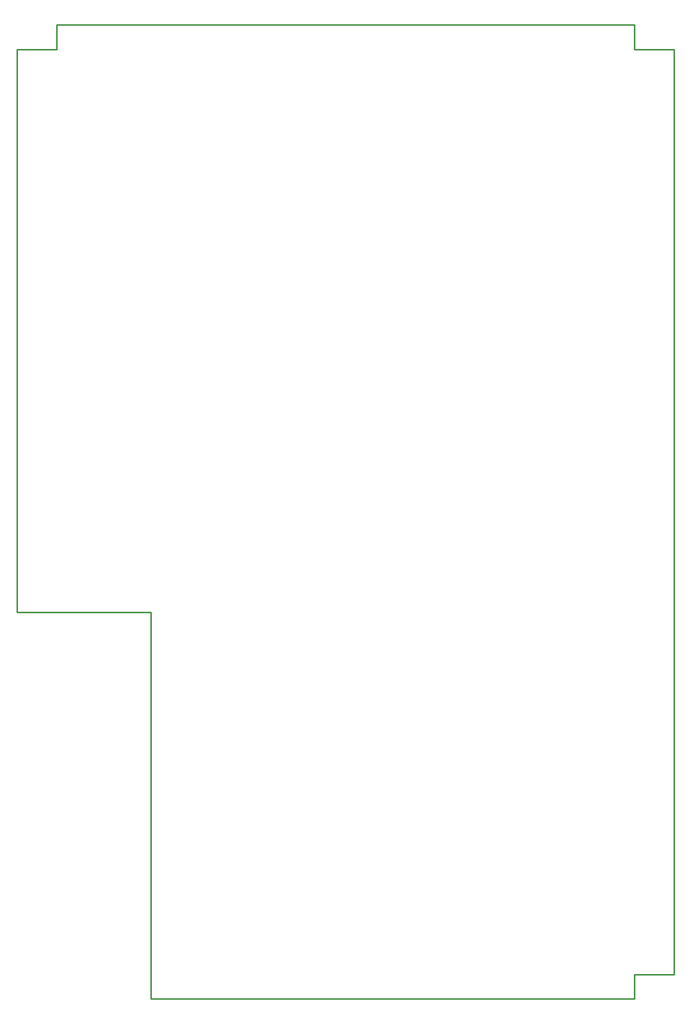
<source format=gm1>
G04 Layer_Color=16711935*
%FSLAX25Y25*%
%MOIN*%
G70*
G01*
G75*
%ADD54C,0.01000*%
D54*
X0Y250000D02*
X17717D01*
X0D02*
Y614173D01*
X25591D01*
Y622047D01*
Y629921D01*
X86614Y0D02*
X399606D01*
X86614D02*
Y250000D01*
X17717D02*
X86614D01*
X25591Y629921D02*
X399606D01*
Y614173D02*
Y629921D01*
X425197Y15748D02*
Y614173D01*
X399606D02*
X425197D01*
X399606Y13780D02*
Y15748D01*
X425197D01*
X399606Y0D02*
Y13780D01*
X0Y250000D02*
X17717D01*
X0D02*
Y614173D01*
X25591D01*
Y622047D01*
Y629921D01*
X86614Y0D02*
X399606D01*
X86614D02*
Y250000D01*
X17717D02*
X86614D01*
X25591Y629921D02*
X399606D01*
Y614173D02*
Y629921D01*
X425197Y15748D02*
Y614173D01*
X399606D02*
X425197D01*
X399606Y13780D02*
Y15748D01*
X425197D01*
X399606Y0D02*
Y13780D01*
M02*

</source>
